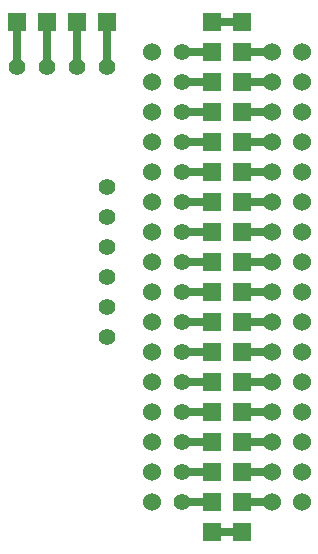
<source format=gbr>
%FSLAX35Y35*%
%MOIN*%
G04 EasyPC Gerber Version 18.0.8 Build 3632 *
%ADD18R,0.06000X0.06000*%
%ADD70C,0.02500*%
%ADD26C,0.05600*%
%ADD22C,0.06000*%
X0Y0D02*
D02*
D18*
X9000Y180250D03*
X19000D03*
X29000D03*
X39000D03*
X74000Y10250D03*
Y20250D03*
Y30250D03*
Y40250D03*
Y50250D03*
Y60250D03*
Y70250D03*
Y80250D03*
Y90250D03*
Y100250D03*
Y110250D03*
Y120250D03*
Y130250D03*
Y140250D03*
Y150250D03*
Y160250D03*
Y170250D03*
Y180250D03*
X84000Y10250D03*
Y20250D03*
Y30250D03*
Y40250D03*
Y50250D03*
Y60250D03*
Y70250D03*
Y80250D03*
Y90250D03*
Y100250D03*
Y110250D03*
Y120250D03*
Y130250D03*
Y140250D03*
Y150250D03*
Y160250D03*
Y170250D03*
Y180250D03*
D02*
D70*
X9000D02*
Y165250D01*
X19000Y180250D02*
Y165250D01*
X29000Y180250D02*
Y165250D01*
X39000Y180250D02*
Y165250D01*
X64000Y20250D02*
X74000D01*
X64000Y30250D02*
X74000D01*
X64000Y40250D02*
X74000D01*
X64000Y50250D02*
X74000D01*
X64000Y60250D02*
X74000D01*
X64000Y70250D02*
X74000D01*
X64000Y80250D02*
X74000D01*
X64000Y90250D02*
X74000D01*
X64000Y100250D02*
X74000D01*
X64000Y110250D02*
X74000D01*
X64000Y120250D02*
X74000D01*
X64000Y130250D02*
X74000D01*
X64000Y140250D02*
X74000D01*
X64000Y150250D02*
X74000D01*
X64000Y160250D02*
X74000D01*
X64000Y170250D02*
X74000D01*
X84000Y10250D02*
X74000D01*
X84000Y20250D02*
X94000D01*
X84000Y30250D02*
X94000D01*
X84000Y40250D02*
X94000D01*
X84000Y50250D02*
X94000D01*
X84000Y60250D02*
X94000D01*
X84000Y70250D02*
X94000D01*
X84000Y80250D02*
X94000D01*
X84000Y90250D02*
X94000D01*
X84000Y100250D02*
X94000D01*
X84000Y110250D02*
X94000D01*
X84000Y120250D02*
X94000D01*
X84000Y130250D02*
X94000D01*
X84000Y140250D02*
X94000D01*
X84000Y150250D02*
X94000D01*
X84000Y160250D02*
X94000D01*
X84000Y170250D02*
X94000D01*
X84000Y180250D02*
X74000D01*
D02*
D22*
X54000Y20250D03*
Y30250D03*
Y40250D03*
Y50250D03*
Y60250D03*
Y70250D03*
Y80250D03*
Y90250D03*
Y100250D03*
Y110250D03*
Y120250D03*
Y130250D03*
Y140250D03*
Y150250D03*
Y160250D03*
Y170250D03*
X94000Y20250D03*
Y30250D03*
Y40250D03*
Y50250D03*
Y60250D03*
Y70250D03*
Y80250D03*
Y90250D03*
Y100250D03*
Y110250D03*
Y120250D03*
Y130250D03*
Y140250D03*
Y150250D03*
Y160250D03*
Y170250D03*
X104000Y20250D03*
Y30250D03*
Y40250D03*
Y50250D03*
Y60250D03*
Y70250D03*
Y80250D03*
Y90250D03*
Y100250D03*
Y110250D03*
Y120250D03*
Y130250D03*
Y140250D03*
Y150250D03*
Y160250D03*
Y170250D03*
D02*
D26*
X9000Y165250D03*
X19000D03*
X29000D03*
X39000Y75250D03*
Y85250D03*
Y95250D03*
Y105250D03*
Y115250D03*
Y125250D03*
Y165250D03*
X64000Y20250D03*
Y30250D03*
Y40250D03*
Y50250D03*
Y60250D03*
Y70250D03*
Y80250D03*
Y90250D03*
Y100250D03*
Y110250D03*
Y120250D03*
Y130250D03*
Y140250D03*
Y150250D03*
Y160250D03*
Y170250D03*
X0Y0D02*
M02*

</source>
